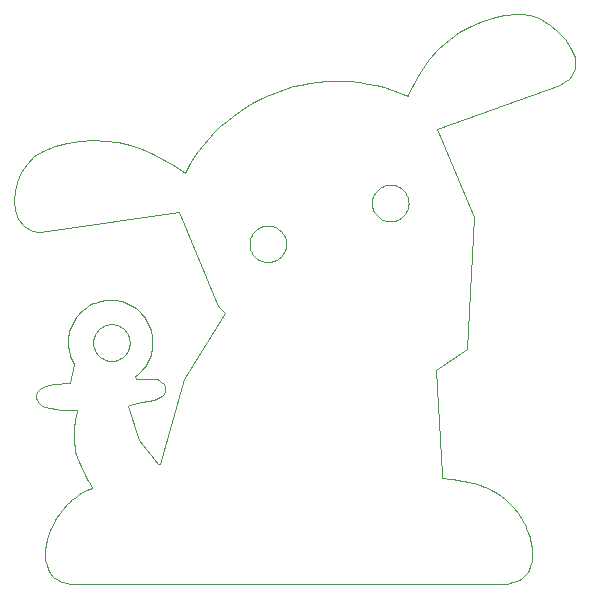
<source format=gtp>
G75*
G70*
%OFA0B0*%
%FSLAX24Y24*%
%IPPOS*%
%LPD*%
%AMOC8*
5,1,8,0,0,1.08239X$1,22.5*
%
%ADD10C,0.0000*%
D10*
X001382Y000617D02*
X001342Y000762D01*
X001315Y000858D01*
X001302Y000906D01*
X001299Y001092D01*
X001296Y001216D01*
X001295Y001278D01*
X001329Y001461D01*
X001352Y001583D01*
X001363Y001644D01*
X001427Y001821D01*
X001469Y001939D01*
X001491Y001998D01*
X001580Y002165D01*
X001640Y002277D01*
X001670Y002333D01*
X001784Y002488D01*
X001859Y002592D01*
X001897Y002643D01*
X002035Y002782D01*
X002126Y002875D01*
X002172Y002921D01*
X002331Y003039D01*
X002438Y003118D01*
X002491Y003157D01*
X002670Y003250D01*
X002789Y003311D01*
X002849Y003342D01*
X002774Y003482D01*
X002724Y003576D01*
X002698Y003623D01*
X002626Y003764D01*
X002578Y003858D01*
X002554Y003905D01*
X002487Y004049D01*
X002442Y004145D01*
X002420Y004192D01*
X002363Y004361D01*
X002325Y004474D01*
X002306Y004530D01*
X002278Y004705D01*
X002259Y004821D01*
X002249Y004879D01*
X002246Y005056D01*
X002245Y005174D01*
X002244Y005232D01*
X002264Y005408D01*
X002277Y005525D01*
X002283Y005584D01*
X002320Y005757D01*
X002345Y005873D01*
X002357Y005931D01*
X002323Y005931D01*
X002045Y005940D01*
X001760Y005946D01*
X001717Y005950D01*
X001591Y005968D01*
X001507Y005981D01*
X001464Y005987D01*
X001300Y006042D01*
X001190Y006079D01*
X001078Y006158D01*
X001028Y006248D01*
X000988Y006338D01*
X000988Y006448D01*
X001048Y006573D01*
X001158Y006668D01*
X001313Y006738D01*
X001548Y006788D01*
X002108Y006838D01*
X002258Y007468D01*
X002221Y007533D01*
X002188Y007600D01*
X002158Y007669D01*
X002132Y007739D01*
X002110Y007810D01*
X002092Y007883D01*
X002077Y007956D01*
X002066Y008030D01*
X002060Y008104D01*
X002057Y008179D01*
X002058Y008254D01*
X002064Y008328D01*
X002073Y008403D01*
X002086Y008476D01*
X002103Y008549D01*
X002124Y008621D01*
X002148Y008691D01*
X002176Y008761D01*
X002208Y008828D01*
X002244Y008894D01*
X002283Y008958D01*
X002325Y009020D01*
X002371Y009079D01*
X002419Y009136D01*
X002471Y009190D01*
X002525Y009241D01*
X002582Y009290D01*
X002641Y009335D01*
X002703Y009377D01*
X002767Y009416D01*
X002833Y009451D01*
X002901Y009483D01*
X002970Y009511D01*
X003041Y009536D01*
X003112Y009556D01*
X003185Y009573D01*
X003259Y009586D01*
X003333Y009595D01*
X003408Y009600D01*
X003483Y009601D01*
X003557Y009598D01*
X003632Y009591D01*
X003706Y009580D01*
X003779Y009566D01*
X003851Y009547D01*
X003923Y009525D01*
X003993Y009498D01*
X004061Y009468D01*
X004128Y009435D01*
X004193Y009398D01*
X004256Y009358D01*
X004317Y009314D01*
X004375Y009267D01*
X004431Y009217D01*
X004484Y009165D01*
X004534Y009109D01*
X004581Y009051D01*
X004625Y008991D01*
X004666Y008928D01*
X004703Y008863D01*
X004737Y008797D01*
X004767Y008728D01*
X004794Y008658D01*
X004817Y008587D01*
X004836Y008515D01*
X004851Y008442D01*
X004862Y008368D01*
X004869Y008293D01*
X004873Y008219D01*
X004872Y008144D01*
X004868Y008069D01*
X004859Y007995D01*
X004847Y007921D01*
X004830Y007848D01*
X004810Y007776D01*
X004786Y007706D01*
X004758Y007636D01*
X004727Y007568D01*
X004692Y007502D01*
X004654Y007438D01*
X004612Y007376D01*
X004567Y007316D01*
X004519Y007259D01*
X004468Y007204D01*
X004414Y007153D01*
X004357Y007104D01*
X004298Y007058D01*
X004308Y006968D01*
X004823Y006978D01*
X005008Y006958D01*
X005083Y006918D01*
X005173Y006878D01*
X005258Y006798D01*
X005298Y006688D01*
X005298Y006568D01*
X005258Y006468D01*
X005188Y006398D01*
X005068Y006328D01*
X004918Y006278D01*
X004538Y006198D01*
X004078Y006108D01*
X004058Y006078D01*
X004418Y004938D01*
X005068Y004128D01*
X005128Y004128D01*
X005908Y006958D01*
X006678Y008198D01*
X007288Y009178D01*
X007048Y009408D01*
X005758Y012538D01*
X001118Y011878D01*
X001098Y011878D01*
X000868Y011898D01*
X000588Y012068D01*
X000398Y012308D01*
X000288Y012588D01*
X000258Y012888D01*
X000288Y013218D01*
X000368Y013538D01*
X000428Y013698D01*
X000498Y013848D01*
X000678Y014138D01*
X000918Y014388D01*
X001218Y014568D01*
X001618Y014728D01*
X002028Y014838D01*
X002448Y014908D01*
X002868Y014928D01*
X002918Y014928D01*
X003308Y014908D01*
X003728Y014848D01*
X004128Y014748D01*
X004518Y014618D01*
X004888Y014468D01*
X005258Y014278D01*
X005608Y014068D01*
X005948Y013838D01*
X008108Y011468D02*
X008110Y011517D01*
X008116Y011566D01*
X008126Y011614D01*
X008139Y011661D01*
X008157Y011707D01*
X008178Y011751D01*
X008202Y011794D01*
X008230Y011834D01*
X008261Y011873D01*
X008295Y011908D01*
X008332Y011941D01*
X008371Y011970D01*
X008413Y011996D01*
X008456Y012019D01*
X008502Y012038D01*
X008548Y012054D01*
X008596Y012066D01*
X008644Y012074D01*
X008693Y012078D01*
X008743Y012078D01*
X008792Y012074D01*
X008840Y012066D01*
X008888Y012054D01*
X008934Y012038D01*
X008980Y012019D01*
X009023Y011996D01*
X009065Y011970D01*
X009104Y011941D01*
X009141Y011908D01*
X009175Y011873D01*
X009206Y011834D01*
X009234Y011794D01*
X009258Y011751D01*
X009279Y011707D01*
X009297Y011661D01*
X009310Y011614D01*
X009320Y011566D01*
X009326Y011517D01*
X009328Y011468D01*
X009326Y011419D01*
X009320Y011370D01*
X009310Y011322D01*
X009297Y011275D01*
X009279Y011229D01*
X009258Y011185D01*
X009234Y011142D01*
X009206Y011102D01*
X009175Y011063D01*
X009141Y011028D01*
X009104Y010995D01*
X009065Y010966D01*
X009023Y010940D01*
X008980Y010917D01*
X008934Y010898D01*
X008888Y010882D01*
X008840Y010870D01*
X008792Y010862D01*
X008743Y010858D01*
X008693Y010858D01*
X008644Y010862D01*
X008596Y010870D01*
X008548Y010882D01*
X008502Y010898D01*
X008456Y010917D01*
X008413Y010940D01*
X008371Y010966D01*
X008332Y010995D01*
X008295Y011028D01*
X008261Y011063D01*
X008230Y011102D01*
X008202Y011142D01*
X008178Y011185D01*
X008157Y011229D01*
X008139Y011275D01*
X008126Y011322D01*
X008116Y011370D01*
X008110Y011419D01*
X008108Y011468D01*
X005948Y013838D02*
X006084Y014082D01*
X006232Y014319D01*
X006391Y014549D01*
X006561Y014770D01*
X006741Y014983D01*
X006932Y015187D01*
X007133Y015382D01*
X007342Y015566D01*
X007561Y015740D01*
X007787Y015903D01*
X008022Y016055D01*
X008263Y016196D01*
X008511Y016324D01*
X008765Y016440D01*
X009024Y016544D01*
X009288Y016635D01*
X009557Y016713D01*
X009828Y016778D01*
X010103Y016830D01*
X010379Y016868D01*
X010657Y016892D01*
X010937Y016903D01*
X011216Y016901D01*
X011495Y016885D01*
X011772Y016855D01*
X012048Y016812D01*
X012322Y016755D01*
X012592Y016685D01*
X012859Y016603D01*
X013121Y016507D01*
X013378Y016398D01*
X013373Y016398D02*
X013768Y017138D01*
X014103Y017623D01*
X014388Y017953D01*
X014608Y018163D01*
X015078Y018513D01*
X015408Y018708D01*
X015798Y018878D01*
X016188Y019003D01*
X016583Y019088D01*
X017018Y019133D01*
X017168Y019133D01*
X017458Y019093D01*
X017748Y018988D01*
X018118Y018773D01*
X018368Y018573D01*
X018613Y018308D01*
X018803Y018038D01*
X018948Y017703D01*
X018958Y017323D01*
X018873Y017098D01*
X018763Y016963D01*
X018588Y016858D01*
X018448Y016768D01*
X014358Y015308D01*
X015578Y012378D01*
X015368Y007968D01*
X014328Y007268D01*
X014528Y003798D01*
X014508Y003678D01*
X014508Y003658D01*
X014809Y003625D01*
X014870Y003619D01*
X015052Y003590D01*
X015174Y003570D01*
X015234Y003561D01*
X015414Y003523D01*
X015534Y003497D01*
X015594Y003484D01*
X015789Y003421D01*
X015919Y003379D01*
X015984Y003358D01*
X016164Y003264D01*
X016283Y003202D01*
X016343Y003171D01*
X016502Y003051D01*
X016608Y002971D01*
X016661Y002932D01*
X016798Y002791D01*
X016889Y002698D01*
X016934Y002651D01*
X017048Y002495D01*
X017123Y002391D01*
X017161Y002339D01*
X017250Y002170D01*
X017310Y002058D01*
X017340Y002002D01*
X017403Y001824D01*
X017446Y001706D01*
X017467Y001647D01*
X017501Y001463D01*
X017524Y001340D01*
X017535Y001279D01*
X017533Y001093D01*
X017531Y000968D01*
X017530Y000906D01*
X017463Y000721D01*
X017419Y000597D01*
X017397Y000535D01*
X017250Y000392D01*
X017152Y000297D01*
X017103Y000250D01*
X016899Y000189D01*
X016762Y000148D01*
X016718Y000138D01*
X002158Y000138D01*
X001993Y000173D01*
X001885Y000191D01*
X001831Y000200D01*
X001694Y000283D01*
X001603Y000338D01*
X001558Y000366D01*
X001470Y000492D01*
X001411Y000575D01*
X001382Y000617D01*
X002894Y008177D02*
X002896Y008226D01*
X002902Y008275D01*
X002912Y008323D01*
X002925Y008370D01*
X002943Y008416D01*
X002964Y008460D01*
X002988Y008503D01*
X003016Y008543D01*
X003047Y008582D01*
X003081Y008617D01*
X003118Y008650D01*
X003157Y008679D01*
X003199Y008705D01*
X003242Y008728D01*
X003288Y008747D01*
X003334Y008763D01*
X003382Y008775D01*
X003430Y008783D01*
X003479Y008787D01*
X003529Y008787D01*
X003578Y008783D01*
X003626Y008775D01*
X003674Y008763D01*
X003720Y008747D01*
X003766Y008728D01*
X003809Y008705D01*
X003851Y008679D01*
X003890Y008650D01*
X003927Y008617D01*
X003961Y008582D01*
X003992Y008543D01*
X004020Y008503D01*
X004044Y008460D01*
X004065Y008416D01*
X004083Y008370D01*
X004096Y008323D01*
X004106Y008275D01*
X004112Y008226D01*
X004114Y008177D01*
X004112Y008128D01*
X004106Y008079D01*
X004096Y008031D01*
X004083Y007984D01*
X004065Y007938D01*
X004044Y007894D01*
X004020Y007851D01*
X003992Y007811D01*
X003961Y007772D01*
X003927Y007737D01*
X003890Y007704D01*
X003851Y007675D01*
X003809Y007649D01*
X003766Y007626D01*
X003720Y007607D01*
X003674Y007591D01*
X003626Y007579D01*
X003578Y007571D01*
X003529Y007567D01*
X003479Y007567D01*
X003430Y007571D01*
X003382Y007579D01*
X003334Y007591D01*
X003288Y007607D01*
X003242Y007626D01*
X003199Y007649D01*
X003157Y007675D01*
X003118Y007704D01*
X003081Y007737D01*
X003047Y007772D01*
X003016Y007811D01*
X002988Y007851D01*
X002964Y007894D01*
X002943Y007938D01*
X002925Y007984D01*
X002912Y008031D01*
X002902Y008079D01*
X002896Y008128D01*
X002894Y008177D01*
X012188Y012828D02*
X012190Y012877D01*
X012196Y012926D01*
X012206Y012974D01*
X012219Y013021D01*
X012237Y013067D01*
X012258Y013111D01*
X012282Y013154D01*
X012310Y013194D01*
X012341Y013233D01*
X012375Y013268D01*
X012412Y013301D01*
X012451Y013330D01*
X012493Y013356D01*
X012536Y013379D01*
X012582Y013398D01*
X012628Y013414D01*
X012676Y013426D01*
X012724Y013434D01*
X012773Y013438D01*
X012823Y013438D01*
X012872Y013434D01*
X012920Y013426D01*
X012968Y013414D01*
X013014Y013398D01*
X013060Y013379D01*
X013103Y013356D01*
X013145Y013330D01*
X013184Y013301D01*
X013221Y013268D01*
X013255Y013233D01*
X013286Y013194D01*
X013314Y013154D01*
X013338Y013111D01*
X013359Y013067D01*
X013377Y013021D01*
X013390Y012974D01*
X013400Y012926D01*
X013406Y012877D01*
X013408Y012828D01*
X013406Y012779D01*
X013400Y012730D01*
X013390Y012682D01*
X013377Y012635D01*
X013359Y012589D01*
X013338Y012545D01*
X013314Y012502D01*
X013286Y012462D01*
X013255Y012423D01*
X013221Y012388D01*
X013184Y012355D01*
X013145Y012326D01*
X013103Y012300D01*
X013060Y012277D01*
X013014Y012258D01*
X012968Y012242D01*
X012920Y012230D01*
X012872Y012222D01*
X012823Y012218D01*
X012773Y012218D01*
X012724Y012222D01*
X012676Y012230D01*
X012628Y012242D01*
X012582Y012258D01*
X012536Y012277D01*
X012493Y012300D01*
X012451Y012326D01*
X012412Y012355D01*
X012375Y012388D01*
X012341Y012423D01*
X012310Y012462D01*
X012282Y012502D01*
X012258Y012545D01*
X012237Y012589D01*
X012219Y012635D01*
X012206Y012682D01*
X012196Y012730D01*
X012190Y012779D01*
X012188Y012828D01*
M02*

</source>
